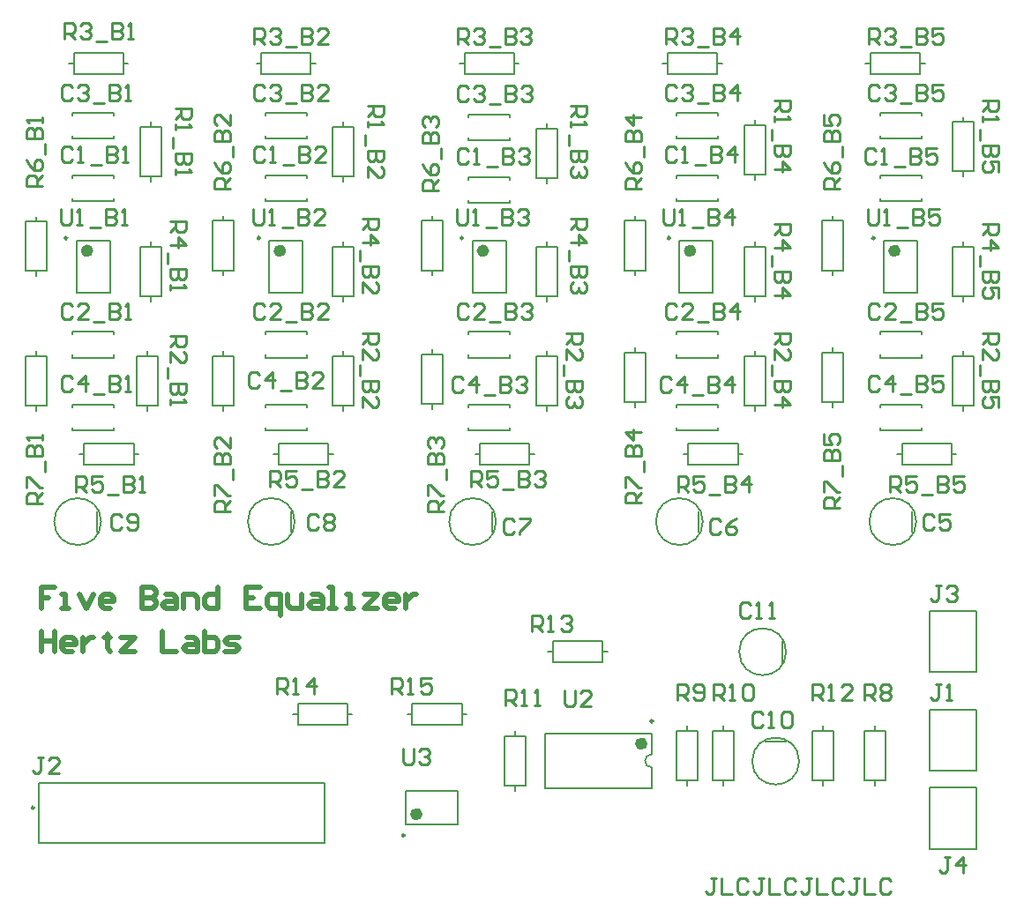
<source format=gbr>
%TF.GenerationSoftware,Altium Limited,Altium Designer,24.10.1 (45)*%
G04 Layer_Color=65535*
%FSLAX45Y45*%
%MOMM*%
%TF.SameCoordinates,D700451D-F6DB-41F8-9F1A-DBDDD93A0A9D*%
%TF.FilePolarity,Positive*%
%TF.FileFunction,Legend,Top*%
%TF.Part,Single*%
G01*
G75*
%TA.AperFunction,NonConductor*%
%ADD24C,0.60000*%
%ADD25C,0.25000*%
%ADD26C,0.20000*%
%ADD27C,0.15000*%
%ADD28C,0.25400*%
%ADD29C,0.50000*%
D24*
X5820000Y9300000D02*
G03*
X5820000Y9300000I-30000J0D01*
G01*
X11140000Y4567500D02*
G03*
X11140000Y4567500I-30000J0D01*
G01*
X9619999Y9300000D02*
G03*
X9619999Y9300000I-30000J0D01*
G01*
X8980000Y3890000D02*
G03*
X8980000Y3890000I-30000J0D01*
G01*
X13570000Y9300000D02*
G03*
X13570000Y9300000I-30000J0D01*
G01*
X11607500D02*
G03*
X11607500Y9300000I-30000J0D01*
G01*
X7670000D02*
G03*
X7670000Y9300000I-30000J0D01*
G01*
D25*
X5600000Y9423000D02*
G03*
X5600000Y9423000I-12500J0D01*
G01*
X5282500Y3952500D02*
G03*
X5282500Y3952500I-12500J0D01*
G01*
X11223500Y4783500D02*
G03*
X11223500Y4783500I-12500J0D01*
G01*
X9399999Y9423000D02*
G03*
X9399999Y9423000I-12500J0D01*
G01*
X8839500Y3687500D02*
G03*
X8839500Y3687500I-12500J0D01*
G01*
X13350000Y9423000D02*
G03*
X13350000Y9423000I-12500J0D01*
G01*
X11387500D02*
G03*
X11387500Y9423000I-12500J0D01*
G01*
X7450000D02*
G03*
X7450000Y9423000I-12500J0D01*
G01*
D26*
X11210000Y4466000D02*
G03*
X11210000Y4339000I0J-63500D01*
G01*
X7812500Y4951500D02*
X8287500D01*
Y4748500D02*
Y4951500D01*
X7812500Y4748500D02*
X8287500D01*
X7812500D02*
Y4951500D01*
X7764000Y4850000D02*
X7812500D01*
X8287500D02*
X8336000D01*
X13312500Y10998500D02*
X13787500D01*
X13312500D02*
Y11201500D01*
X13787500D01*
Y10998500D02*
Y11201500D01*
Y11100000D02*
X13836000D01*
X13264000D02*
X13312500D01*
X11362500Y10998500D02*
X11837500D01*
X11362500D02*
Y11201500D01*
X11837500D01*
Y10998500D02*
Y11201500D01*
Y11100000D02*
X11886000D01*
X11314000D02*
X11362500D01*
X9412500Y10998500D02*
X9887500D01*
X9412500D02*
Y11201500D01*
X9887500D01*
Y10998500D02*
Y11201500D01*
Y11100000D02*
X9936000D01*
X9364000D02*
X9412500D01*
X7462500Y10998500D02*
X7937500D01*
X7462500D02*
Y11201500D01*
X7937500D01*
Y10998500D02*
Y11201500D01*
Y11100000D02*
X7986000D01*
X7414000D02*
X7462500D01*
X5662500Y10998500D02*
X6137500D01*
X5662500D02*
Y11201500D01*
X6137500D01*
Y10998500D02*
Y11201500D01*
Y11100000D02*
X6186000D01*
X5614000D02*
X5662500D01*
X11450000Y7797500D02*
Y7825000D01*
Y7575000D02*
Y7602500D01*
Y7575000D02*
X11850000D01*
Y7797500D02*
Y7825000D01*
Y7575000D02*
Y7602500D01*
X11450000Y7825000D02*
X11850000D01*
X9450000Y7797500D02*
Y7825000D01*
Y7575000D02*
Y7602500D01*
Y7575000D02*
X9850000D01*
Y7797500D02*
Y7825000D01*
Y7575000D02*
Y7602500D01*
X9450000Y7825000D02*
X9850000D01*
X7500000Y7797500D02*
Y7825000D01*
Y7575000D02*
Y7602500D01*
Y7575000D02*
X7900000D01*
Y7797500D02*
Y7825000D01*
Y7575000D02*
Y7602500D01*
X7500000Y7825000D02*
X7900000D01*
X5690000Y8900000D02*
X6010000D01*
X5690000Y9400000D02*
X6010000D01*
Y8900000D02*
Y9400000D01*
X5690000Y8900000D02*
Y9400000D01*
X8070000Y3612500D02*
Y4187500D01*
X5330000D02*
X8070000D01*
X5330000Y3612500D02*
Y4187500D01*
Y3612500D02*
X8070000D01*
X10190000Y4667500D02*
X11210000D01*
X10190000Y4137500D02*
X11210000D01*
Y4466000D02*
Y4667500D01*
Y4137500D02*
Y4339000D01*
X10190000Y4137500D02*
Y4667500D01*
X14325000Y3555000D02*
Y4145000D01*
X13875000D02*
X14325000D01*
X13875000Y3555000D02*
X14325000D01*
X13875000D02*
Y4145000D01*
X13712500Y6600000D02*
Y6800000D01*
X11662500Y6600000D02*
Y6800000D01*
X9678999Y6600000D02*
Y6800000D01*
X7745500Y6600000D02*
Y6800000D01*
X5887500Y6600000D02*
Y6800000D01*
X10737500Y5450000D02*
X10786000D01*
X10214000D02*
X10262500D01*
Y5348500D02*
Y5551500D01*
Y5348500D02*
X10737500D01*
Y5551500D01*
X10262500D02*
X10737500D01*
X9900000Y4114000D02*
Y4162500D01*
Y4637500D02*
Y4686000D01*
X9798500Y4637500D02*
X10001500D01*
X9798500Y4162500D02*
Y4637500D01*
Y4162500D02*
X10001500D01*
Y4637500D01*
X11550000Y4164000D02*
Y4212500D01*
Y4687499D02*
Y4735999D01*
X11448500Y4687499D02*
X11651500D01*
X11448500Y4212500D02*
Y4687499D01*
Y4212500D02*
X11651500D01*
Y4687499D01*
X11900000Y4164000D02*
Y4212500D01*
Y4687499D02*
Y4735999D01*
X11798500Y4687499D02*
X12001500D01*
X11798500Y4212500D02*
Y4687499D01*
Y4212500D02*
X12001500D01*
Y4687499D01*
X14200000Y8287500D02*
Y8336000D01*
Y7764000D02*
Y7812500D01*
X14098500D02*
X14301500D01*
Y8287500D01*
X14098500D02*
X14301500D01*
X14098500Y7812500D02*
Y8287500D01*
X14200000Y8814000D02*
Y8862500D01*
Y9337500D02*
Y9386000D01*
X14098500Y9337500D02*
X14301500D01*
X14098500Y8862500D02*
Y9337500D01*
Y8862500D02*
X14301500D01*
Y9337500D01*
X14200000Y10014000D02*
Y10062500D01*
Y10537500D02*
Y10586000D01*
X14098500Y10537500D02*
X14301500D01*
X14098500Y10062500D02*
Y10537500D01*
Y10062500D02*
X14301500D01*
Y10537500D01*
X13564000Y7350000D02*
X13612500D01*
X14087500D02*
X14136000D01*
X14087500Y7248500D02*
Y7451500D01*
X13612500D02*
X14087500D01*
X13612500Y7248500D02*
Y7451500D01*
Y7248500D02*
X14087500D01*
X12950000Y7797500D02*
Y7846000D01*
Y8321000D02*
Y8369500D01*
X12848500Y8321000D02*
X13051500D01*
X12848500Y7846000D02*
Y8321000D01*
Y7846000D02*
X13051500D01*
Y8321000D01*
X12950000Y9587500D02*
Y9636000D01*
Y9064000D02*
Y9112500D01*
X12848500D02*
X13051500D01*
Y9587500D01*
X12848500D02*
X13051500D01*
X12848500Y9112500D02*
Y9587500D01*
X12200000Y9981000D02*
Y10029500D01*
Y10504500D02*
Y10553000D01*
X12098500Y10504500D02*
X12301500D01*
X12098500Y10029500D02*
Y10504500D01*
Y10029500D02*
X12301500D01*
Y10504500D01*
X12200000Y8287500D02*
Y8336000D01*
Y7764000D02*
Y7812500D01*
X12098500D02*
X12301500D01*
Y8287500D01*
X12098500D02*
X12301500D01*
X12098500Y7812500D02*
Y8287500D01*
X11514000Y7350000D02*
X11562500D01*
X12037500D02*
X12086000D01*
X12037500Y7248500D02*
Y7451500D01*
X11562500D02*
X12037500D01*
X11562500Y7248500D02*
Y7451500D01*
Y7248500D02*
X12037500D01*
X11050000Y7797500D02*
Y7846000D01*
Y8321000D02*
Y8369500D01*
X10948500Y8321000D02*
X11151500D01*
X10948500Y7846000D02*
Y8321000D01*
Y7846000D02*
X11151500D01*
Y8321000D01*
X11050000Y9587500D02*
Y9636000D01*
Y9064000D02*
Y9112500D01*
X10948500D02*
X11151500D01*
Y9587500D01*
X10948500D02*
X11151500D01*
X10948500Y9112500D02*
Y9587500D01*
X10200000Y8287500D02*
Y8336000D01*
Y7764000D02*
Y7812500D01*
X10098500D02*
X10301500D01*
Y8287500D01*
X10098500D02*
X10301500D01*
X10098500Y7812500D02*
Y8287500D01*
X9514000Y7350000D02*
X9562500D01*
X10037500D02*
X10086000D01*
X10037500Y7248500D02*
Y7451500D01*
X9562500D02*
X10037500D01*
X9562500Y7248500D02*
Y7451500D01*
Y7248500D02*
X10037500D01*
X9100000Y7780500D02*
Y7829000D01*
Y8304000D02*
Y8352500D01*
X8998500Y8304000D02*
X9201500D01*
X8998500Y7829000D02*
Y8304000D01*
Y7829000D02*
X9201500D01*
Y8304000D01*
X9100000Y9587500D02*
Y9636000D01*
Y9064000D02*
Y9112500D01*
X8998500D02*
X9201500D01*
Y9587500D01*
X8998500D02*
X9201500D01*
X8998500Y9112500D02*
Y9587500D01*
X10200000Y8814000D02*
Y8862500D01*
Y9337500D02*
Y9386000D01*
X10098500Y9337500D02*
X10301500D01*
X10098500Y8862500D02*
Y9337500D01*
Y8862500D02*
X10301500D01*
Y9337500D01*
X10200000Y9947501D02*
Y9996001D01*
Y10471000D02*
Y10519500D01*
X10098500Y10471000D02*
X10301500D01*
X10098500Y9996001D02*
Y10471000D01*
Y9996001D02*
X10301500D01*
Y10471000D01*
X13800000Y9775000D02*
Y9802500D01*
Y9997500D02*
Y10025000D01*
X13400000D02*
X13800000D01*
X13400000Y9775000D02*
Y9802500D01*
Y9997500D02*
Y10025000D01*
Y9775000D02*
X13800000D01*
X6400000Y9964000D02*
Y10012500D01*
Y10487500D02*
Y10536000D01*
X6298500Y10487500D02*
X6501500D01*
X6298500Y10012500D02*
Y10487500D01*
Y10012500D02*
X6501500D01*
Y10487500D01*
X6050000Y9775000D02*
Y9802500D01*
Y9997500D02*
Y10025000D01*
X5650000D02*
X6050000D01*
X5650000Y9775000D02*
Y9802500D01*
Y9997500D02*
Y10025000D01*
Y9775000D02*
X6050000D01*
X5650000Y10597500D02*
Y10625000D01*
Y10375000D02*
Y10402500D01*
Y10375000D02*
X6050000D01*
Y10597500D02*
Y10625000D01*
Y10375000D02*
Y10402500D01*
X5650000Y10625000D02*
X6050000D01*
X8250000Y9964000D02*
Y10012500D01*
Y10487500D02*
Y10536000D01*
X8148500Y10487500D02*
X8351500D01*
X8148500Y10012500D02*
Y10487500D01*
Y10012500D02*
X8351500D01*
Y10487500D01*
X8250000Y8814000D02*
Y8862500D01*
Y9337500D02*
Y9386000D01*
X8148500Y9337500D02*
X8351500D01*
X8148500Y8862500D02*
Y9337500D01*
Y8862500D02*
X8351500D01*
Y9337500D01*
X7100000Y9587500D02*
Y9636000D01*
Y9064000D02*
Y9112500D01*
X6998500D02*
X7201500D01*
Y9587500D01*
X6998500D02*
X7201500D01*
X6998500Y9112500D02*
Y9587500D01*
X5300000Y9580501D02*
Y9629001D01*
Y9057001D02*
Y9105501D01*
X5198500D02*
X5401500D01*
Y9580501D01*
X5198500D02*
X5401500D01*
X5198500Y9105501D02*
Y9580501D01*
X6400000Y8814000D02*
Y8862500D01*
Y9337500D02*
Y9386000D01*
X6298500Y9337500D02*
X6501500D01*
X6298500Y8862500D02*
Y9337500D01*
Y8862500D02*
X6501500D01*
Y9337500D01*
X5714000Y7350000D02*
X5762500D01*
X6237500D02*
X6286000D01*
X6237500Y7248500D02*
Y7451500D01*
X5762500D02*
X6237500D01*
X5762500Y7248500D02*
Y7451500D01*
Y7248500D02*
X6237500D01*
X7580500Y7350000D02*
X7629000D01*
X8104000D02*
X8152500D01*
X8104000Y7248500D02*
Y7451500D01*
X7629000D02*
X8104000D01*
X7629000Y7248500D02*
Y7451500D01*
Y7248500D02*
X8104000D01*
X8250000Y8287500D02*
Y8336000D01*
Y7764000D02*
Y7812500D01*
X8148500D02*
X8351500D01*
Y8287500D01*
X8148500D02*
X8351500D01*
X8148500Y7812500D02*
Y8287500D01*
X7100000Y7764000D02*
Y7812500D01*
Y8287500D02*
Y8336000D01*
X6998500Y8287500D02*
X7201500D01*
X6998500Y7812500D02*
Y8287500D01*
Y7812500D02*
X7201500D01*
Y8287500D01*
X5300000Y7764000D02*
Y7812500D01*
Y8287500D02*
Y8336000D01*
X5198500Y8287500D02*
X5401500D01*
X5198500Y7812500D02*
Y8287500D01*
Y7812500D02*
X5401500D01*
Y8287500D01*
X6367001D02*
Y8336000D01*
Y7764000D02*
Y7812500D01*
X6265501D02*
X6468501D01*
Y8287500D01*
X6265501D02*
X6468501D01*
X6265501Y7812500D02*
Y8287500D01*
X12200000Y8814000D02*
Y8862500D01*
Y9337500D02*
Y9386000D01*
X12098500Y9337500D02*
X12301500D01*
X12098500Y8862500D02*
Y9337500D01*
Y8862500D02*
X12301500D01*
Y9337500D01*
X9850000Y8275000D02*
Y8302500D01*
Y8497500D02*
Y8525000D01*
X9450000D02*
X9850000D01*
X9450000Y8275000D02*
Y8302500D01*
Y8497500D02*
Y8525000D01*
Y8275000D02*
X9850000D01*
Y9758500D02*
Y9786000D01*
Y9981000D02*
Y10008500D01*
X9450000D02*
X9850000D01*
X9450000Y9758500D02*
Y9786000D01*
Y9981000D02*
Y10008500D01*
Y9758500D02*
X9850000D01*
X9489999Y8900000D02*
X9809999D01*
X9489999Y9400000D02*
X9809999D01*
Y8900000D02*
Y9400000D01*
X9489999Y8900000D02*
Y9400000D01*
X9450000Y10581000D02*
Y10608501D01*
Y10358500D02*
Y10386001D01*
Y10358500D02*
X9850000D01*
Y10581000D02*
Y10608501D01*
Y10358500D02*
Y10386001D01*
X9450000Y10608501D02*
X9850000D01*
X13350000Y4164000D02*
Y4212500D01*
Y4687500D02*
Y4736000D01*
X13248500Y4687500D02*
X13451500D01*
X13248500Y4212500D02*
Y4687500D01*
Y4212500D02*
X13451500D01*
Y4687500D01*
X12300000Y4587500D02*
X12500000D01*
X12850000Y4164000D02*
Y4212500D01*
Y4687499D02*
Y4735999D01*
X12748500Y4687499D02*
X12951500D01*
X12748500Y4212500D02*
Y4687499D01*
Y4212500D02*
X12951500D01*
Y4687499D01*
X12462500Y5350000D02*
Y5550000D01*
X9350000Y3790000D02*
Y4110000D01*
X8850000Y3790000D02*
Y4110000D01*
X9350000D01*
X8850000Y3790000D02*
X9350000D01*
X9387500Y4850000D02*
X9436000D01*
X8864000D02*
X8912500D01*
Y4748500D02*
Y4951500D01*
Y4748500D02*
X9387500D01*
Y4951500D01*
X8912500D02*
X9387500D01*
X14325000Y4305000D02*
Y4895000D01*
X13875000D02*
X14325000D01*
X13875000Y4305000D02*
X14325000D01*
X13875000D02*
Y4895000D01*
X14325000Y5255000D02*
Y5845000D01*
X13875000D02*
X14325000D01*
X13875000Y5255000D02*
X14325000D01*
X13875000D02*
Y5845000D01*
X13439999Y8900000D02*
X13760001D01*
X13439999Y9400000D02*
X13760001D01*
Y8900000D02*
Y9400000D01*
X13439999Y8900000D02*
Y9400000D01*
X11477500Y8900000D02*
X11797500D01*
X11477500Y9400000D02*
X11797500D01*
Y8900000D02*
Y9400000D01*
X11477500Y8900000D02*
Y9400000D01*
X7540000Y8900000D02*
X7860000D01*
X7540000Y9400000D02*
X7860000D01*
Y8900000D02*
Y9400000D01*
X7540000Y8900000D02*
Y9400000D01*
X13400000Y7797500D02*
Y7825000D01*
Y7575000D02*
Y7602500D01*
Y7575000D02*
X13800000D01*
Y7797500D02*
Y7825000D01*
Y7575000D02*
Y7602500D01*
X13400000Y7825000D02*
X13800000D01*
X5650000Y7797500D02*
Y7825000D01*
Y7575000D02*
Y7602500D01*
Y7575000D02*
X6050000D01*
Y7797500D02*
Y7825000D01*
Y7575000D02*
Y7602500D01*
X5650000Y7825000D02*
X6050000D01*
X13400000Y10597500D02*
Y10625000D01*
Y10375000D02*
Y10402500D01*
Y10375000D02*
X13800000D01*
Y10597500D02*
Y10625000D01*
Y10375000D02*
Y10402500D01*
X13400000Y10625000D02*
X13800000D01*
X11450000Y10597500D02*
Y10625000D01*
Y10375000D02*
Y10402500D01*
Y10375000D02*
X11850000D01*
Y10597500D02*
Y10625000D01*
Y10375000D02*
Y10402500D01*
X11450000Y10625000D02*
X11850000D01*
X7500000Y10597500D02*
Y10625000D01*
Y10375000D02*
Y10402500D01*
Y10375000D02*
X7900000D01*
Y10597500D02*
Y10625000D01*
Y10375000D02*
Y10402500D01*
X7500000Y10625000D02*
X7900000D01*
X13800000Y8275000D02*
Y8302500D01*
Y8497500D02*
Y8525000D01*
X13400000D02*
X13800000D01*
X13400000Y8275000D02*
Y8302500D01*
Y8497500D02*
Y8525000D01*
Y8275000D02*
X13800000D01*
X11850000D02*
Y8302500D01*
Y8497500D02*
Y8525000D01*
X11450000D02*
X11850000D01*
X11450000Y8275000D02*
Y8302500D01*
Y8497500D02*
Y8525000D01*
Y8275000D02*
X11850000D01*
X7900000D02*
Y8302500D01*
Y8497500D02*
Y8525000D01*
X7500000D02*
X7900000D01*
X7500000Y8275000D02*
Y8302500D01*
Y8497500D02*
Y8525000D01*
Y8275000D02*
X7900000D01*
X6050000D02*
Y8302500D01*
Y8497500D02*
Y8525000D01*
X5650000D02*
X6050000D01*
X5650000Y8275000D02*
Y8302500D01*
Y8497500D02*
Y8525000D01*
Y8275000D02*
X6050000D01*
X11850000Y9775000D02*
Y9802500D01*
Y9997500D02*
Y10025000D01*
X11450000D02*
X11850000D01*
X11450000Y9775000D02*
Y9802500D01*
Y9997500D02*
Y10025000D01*
Y9775000D02*
X11850000D01*
X7900000Y9775000D02*
Y9802500D01*
Y9997500D02*
Y10025000D01*
X7500000D02*
X7900000D01*
X7500000Y9775000D02*
Y9802500D01*
Y9997500D02*
Y10025000D01*
Y9775000D02*
X7900000D01*
D27*
X13750000Y6700000D02*
G03*
X13750000Y6700000I-225000J0D01*
G01*
X11700000D02*
G03*
X11700000Y6700000I-225000J0D01*
G01*
X9716499D02*
G03*
X9716499Y6700000I-225000J0D01*
G01*
X7783000D02*
G03*
X7783000Y6700000I-225000J0D01*
G01*
X5925000D02*
G03*
X5925000Y6700000I-225000J0D01*
G01*
X12625000Y4400000D02*
G03*
X12625000Y4400000I-225000J0D01*
G01*
X12500000Y5450000D02*
G03*
X12500000Y5450000I-225000J0D01*
G01*
D28*
X11826967Y3277751D02*
X11776183D01*
X11801575D01*
Y3150792D01*
X11776183Y3125400D01*
X11750792D01*
X11725400Y3150792D01*
X11877751Y3277751D02*
Y3125400D01*
X11979318D01*
X12131669Y3252359D02*
X12106277Y3277751D01*
X12055493D01*
X12030101Y3252359D01*
Y3150792D01*
X12055493Y3125400D01*
X12106277D01*
X12131669Y3150792D01*
X12284019Y3277751D02*
X12233236D01*
X12258628D01*
Y3150792D01*
X12233236Y3125400D01*
X12207844D01*
X12182452Y3150792D01*
X12334803Y3277751D02*
Y3125400D01*
X12436370D01*
X12588721Y3252359D02*
X12563329Y3277751D01*
X12512545D01*
X12487154Y3252359D01*
Y3150792D01*
X12512545Y3125400D01*
X12563329D01*
X12588721Y3150792D01*
X12741072Y3277751D02*
X12690288D01*
X12715680D01*
Y3150792D01*
X12690288Y3125400D01*
X12664896D01*
X12639504Y3150792D01*
X12791855Y3277751D02*
Y3125400D01*
X12893422D01*
X13045773Y3252359D02*
X13020381Y3277751D01*
X12969598D01*
X12944206Y3252359D01*
Y3150792D01*
X12969598Y3125400D01*
X13020381D01*
X13045773Y3150792D01*
X13198125Y3277751D02*
X13147340D01*
X13172733D01*
Y3150792D01*
X13147340Y3125400D01*
X13121948D01*
X13096556Y3150792D01*
X13248907Y3277751D02*
Y3125400D01*
X13350475D01*
X13502824Y3252359D02*
X13477432Y3277751D01*
X13426649D01*
X13401257Y3252359D01*
Y3150792D01*
X13426649Y3125400D01*
X13477432D01*
X13502824Y3150792D01*
X7614920Y5046980D02*
Y5199331D01*
X7691095D01*
X7716487Y5173939D01*
Y5123155D01*
X7691095Y5097763D01*
X7614920D01*
X7665703D02*
X7716487Y5046980D01*
X7767271D02*
X7818054D01*
X7792663D01*
Y5199331D01*
X7767271Y5173939D01*
X7970405Y5046980D02*
Y5199331D01*
X7894230Y5123155D01*
X7995797D01*
X13294514Y11286520D02*
Y11438871D01*
X13370689D01*
X13396082Y11413479D01*
Y11362696D01*
X13370689Y11337304D01*
X13294514D01*
X13345297D02*
X13396082Y11286520D01*
X13446866Y11413479D02*
X13472258Y11438871D01*
X13523041D01*
X13548433Y11413479D01*
Y11388088D01*
X13523041Y11362696D01*
X13497649D01*
X13523041D01*
X13548433Y11337304D01*
Y11311912D01*
X13523041Y11286520D01*
X13472258D01*
X13446866Y11311912D01*
X13599216Y11261129D02*
X13700784D01*
X13751567Y11438871D02*
Y11286520D01*
X13827742D01*
X13853134Y11311912D01*
Y11337304D01*
X13827742Y11362696D01*
X13751567D01*
X13827742D01*
X13853134Y11388088D01*
Y11413479D01*
X13827742Y11438871D01*
X13751567D01*
X14005486D02*
X13903918D01*
Y11362696D01*
X13954701Y11388088D01*
X13980093D01*
X14005486Y11362696D01*
Y11311912D01*
X13980093Y11286520D01*
X13929311D01*
X13903918Y11311912D01*
X11344515Y11286520D02*
Y11438871D01*
X11420690D01*
X11446082Y11413479D01*
Y11362696D01*
X11420690Y11337304D01*
X11344515D01*
X11395299D02*
X11446082Y11286520D01*
X11496866Y11413479D02*
X11522258Y11438871D01*
X11573041D01*
X11598433Y11413479D01*
Y11388088D01*
X11573041Y11362696D01*
X11547649D01*
X11573041D01*
X11598433Y11337304D01*
Y11311912D01*
X11573041Y11286520D01*
X11522258D01*
X11496866Y11311912D01*
X11649216Y11261129D02*
X11750784D01*
X11801567Y11438871D02*
Y11286520D01*
X11877743D01*
X11903134Y11311912D01*
Y11337304D01*
X11877743Y11362696D01*
X11801567D01*
X11877743D01*
X11903134Y11388088D01*
Y11413479D01*
X11877743Y11438871D01*
X11801567D01*
X12030093Y11286520D02*
Y11438871D01*
X11953918Y11362696D01*
X12055485D01*
X9344515Y11286520D02*
Y11438871D01*
X9420690D01*
X9446082Y11413479D01*
Y11362696D01*
X9420690Y11337304D01*
X9344515D01*
X9395298D02*
X9446082Y11286520D01*
X9496866Y11413479D02*
X9522258Y11438871D01*
X9573041D01*
X9598433Y11413479D01*
Y11388088D01*
X9573041Y11362696D01*
X9547649D01*
X9573041D01*
X9598433Y11337304D01*
Y11311912D01*
X9573041Y11286520D01*
X9522258D01*
X9496866Y11311912D01*
X9649216Y11261129D02*
X9750784D01*
X9801567Y11438871D02*
Y11286520D01*
X9877742D01*
X9903134Y11311912D01*
Y11337304D01*
X9877742Y11362696D01*
X9801567D01*
X9877742D01*
X9903134Y11388088D01*
Y11413479D01*
X9877742Y11438871D01*
X9801567D01*
X9953918Y11413479D02*
X9979310Y11438871D01*
X10030093D01*
X10055485Y11413479D01*
Y11388088D01*
X10030093Y11362696D01*
X10004701D01*
X10030093D01*
X10055485Y11337304D01*
Y11311912D01*
X10030093Y11286520D01*
X9979310D01*
X9953918Y11311912D01*
X7394515Y11286520D02*
Y11438871D01*
X7470690D01*
X7496082Y11413479D01*
Y11362696D01*
X7470690Y11337304D01*
X7394515D01*
X7445299D02*
X7496082Y11286520D01*
X7546866Y11413479D02*
X7572258Y11438871D01*
X7623041D01*
X7648433Y11413479D01*
Y11388088D01*
X7623041Y11362696D01*
X7597649D01*
X7623041D01*
X7648433Y11337304D01*
Y11311912D01*
X7623041Y11286520D01*
X7572258D01*
X7546866Y11311912D01*
X7699217Y11261129D02*
X7800784D01*
X7851567Y11438871D02*
Y11286520D01*
X7927743D01*
X7953134Y11311912D01*
Y11337304D01*
X7927743Y11362696D01*
X7851567D01*
X7927743D01*
X7953134Y11388088D01*
Y11413479D01*
X7927743Y11438871D01*
X7851567D01*
X8105485Y11286520D02*
X8003918D01*
X8105485Y11388088D01*
Y11413479D01*
X8080093Y11438871D01*
X8029310D01*
X8003918Y11413479D01*
X5569907Y11336521D02*
Y11488871D01*
X5646082D01*
X5671474Y11463479D01*
Y11412696D01*
X5646082Y11387304D01*
X5569907D01*
X5620690D02*
X5671474Y11336521D01*
X5722258Y11463479D02*
X5747649Y11488871D01*
X5798433D01*
X5823825Y11463479D01*
Y11438088D01*
X5798433Y11412696D01*
X5773041D01*
X5798433D01*
X5823825Y11387304D01*
Y11361913D01*
X5798433Y11336521D01*
X5747649D01*
X5722258Y11361913D01*
X5874608Y11311129D02*
X5976175D01*
X6026959Y11488871D02*
Y11336521D01*
X6103134D01*
X6128526Y11361913D01*
Y11387304D01*
X6103134Y11412696D01*
X6026959D01*
X6103134D01*
X6128526Y11438088D01*
Y11463479D01*
X6103134Y11488871D01*
X6026959D01*
X6179310Y11336521D02*
X6230093D01*
X6204702D01*
Y11488871D01*
X6179310Y11463479D01*
X5372067Y4434791D02*
X5321283D01*
X5346675D01*
Y4307832D01*
X5321283Y4282440D01*
X5295892D01*
X5270500Y4307832D01*
X5524418Y4282440D02*
X5422851D01*
X5524418Y4384007D01*
Y4409399D01*
X5499026Y4434791D01*
X5448243D01*
X5422851Y4409399D01*
X8826500Y4516071D02*
Y4389112D01*
X8851892Y4363720D01*
X8902675D01*
X8928067Y4389112D01*
Y4516071D01*
X8978851Y4490679D02*
X9004243Y4516071D01*
X9055026D01*
X9080418Y4490679D01*
Y4465287D01*
X9055026Y4439895D01*
X9029634D01*
X9055026D01*
X9080418Y4414503D01*
Y4389112D01*
X9055026Y4363720D01*
X9004243D01*
X8978851Y4389112D01*
X10373041Y5076175D02*
Y4949216D01*
X10398433Y4923825D01*
X10449217D01*
X10474608Y4949216D01*
Y5076175D01*
X10626959Y4923825D02*
X10525392D01*
X10626959Y5025392D01*
Y5050783D01*
X10601567Y5076175D01*
X10550784D01*
X10525392Y5050783D01*
X13288060Y9701951D02*
Y9574992D01*
X13313452Y9549600D01*
X13364235D01*
X13389627Y9574992D01*
Y9701951D01*
X13440411Y9549600D02*
X13491194D01*
X13465804D01*
Y9701951D01*
X13440411Y9676559D01*
X13567371Y9524208D02*
X13668938D01*
X13719720Y9701951D02*
Y9549600D01*
X13795895D01*
X13821288Y9574992D01*
Y9600384D01*
X13795895Y9625776D01*
X13719720D01*
X13795895D01*
X13821288Y9651167D01*
Y9676559D01*
X13795895Y9701951D01*
X13719720D01*
X13973637D02*
X13872070D01*
Y9625776D01*
X13922855Y9651167D01*
X13948245D01*
X13973637Y9625776D01*
Y9574992D01*
X13948245Y9549600D01*
X13897462D01*
X13872070Y9574992D01*
X11324640Y9701951D02*
Y9574992D01*
X11350032Y9549600D01*
X11400815D01*
X11426207Y9574992D01*
Y9701951D01*
X11476991Y9549600D02*
X11527774D01*
X11502383D01*
Y9701951D01*
X11476991Y9676559D01*
X11603950Y9524208D02*
X11705517D01*
X11756300Y9701951D02*
Y9549600D01*
X11832476D01*
X11857868Y9574992D01*
Y9600384D01*
X11832476Y9625776D01*
X11756300D01*
X11832476D01*
X11857868Y9651167D01*
Y9676559D01*
X11832476Y9701951D01*
X11756300D01*
X11984826Y9549600D02*
Y9701951D01*
X11908651Y9625776D01*
X12010218D01*
X9338360Y9701951D02*
Y9574992D01*
X9363752Y9549600D01*
X9414535D01*
X9439927Y9574992D01*
Y9701951D01*
X9490711Y9549600D02*
X9541494D01*
X9516103D01*
Y9701951D01*
X9490711Y9676559D01*
X9617670Y9524208D02*
X9719237D01*
X9770020Y9701951D02*
Y9549600D01*
X9846196D01*
X9871588Y9574992D01*
Y9600384D01*
X9846196Y9625776D01*
X9770020D01*
X9846196D01*
X9871588Y9651167D01*
Y9676559D01*
X9846196Y9701951D01*
X9770020D01*
X9922371Y9676559D02*
X9947763Y9701951D01*
X9998546D01*
X10023938Y9676559D01*
Y9651167D01*
X9998546Y9625776D01*
X9973155D01*
X9998546D01*
X10023938Y9600384D01*
Y9574992D01*
X9998546Y9549600D01*
X9947763D01*
X9922371Y9574992D01*
X7387640Y9701951D02*
Y9574992D01*
X7413032Y9549600D01*
X7463815D01*
X7489207Y9574992D01*
Y9701951D01*
X7539991Y9549600D02*
X7590774D01*
X7565383D01*
Y9701951D01*
X7539991Y9676559D01*
X7666950Y9524208D02*
X7768517D01*
X7819300Y9701951D02*
Y9549600D01*
X7895476D01*
X7920868Y9574992D01*
Y9600384D01*
X7895476Y9625776D01*
X7819300D01*
X7895476D01*
X7920868Y9651167D01*
Y9676559D01*
X7895476Y9701951D01*
X7819300D01*
X8073218Y9549600D02*
X7971651D01*
X8073218Y9651167D01*
Y9676559D01*
X8047826Y9701951D01*
X7997043D01*
X7971651Y9676559D01*
X5537200Y9702751D02*
Y9575792D01*
X5562592Y9550400D01*
X5613375D01*
X5638767Y9575792D01*
Y9702751D01*
X5689551Y9550400D02*
X5740334D01*
X5714943D01*
Y9702751D01*
X5689551Y9677359D01*
X5816510Y9525008D02*
X5918077D01*
X5968860Y9702751D02*
Y9550400D01*
X6045036D01*
X6070428Y9575792D01*
Y9601183D01*
X6045036Y9626575D01*
X5968860D01*
X6045036D01*
X6070428Y9651967D01*
Y9677359D01*
X6045036Y9702751D01*
X5968860D01*
X6121211Y9550400D02*
X6171995D01*
X6146603D01*
Y9702751D01*
X6121211Y9677359D01*
X8714740Y5046980D02*
Y5199331D01*
X8790915D01*
X8816307Y5173939D01*
Y5123155D01*
X8790915Y5097763D01*
X8714740D01*
X8765523D02*
X8816307Y5046980D01*
X8867091D02*
X8917874D01*
X8892483D01*
Y5199331D01*
X8867091Y5173939D01*
X9095617Y5199331D02*
X8994050D01*
Y5123155D01*
X9044833Y5148547D01*
X9070225D01*
X9095617Y5123155D01*
Y5072372D01*
X9070225Y5046980D01*
X9019441D01*
X8994050Y5072372D01*
X10063480Y5648960D02*
Y5801311D01*
X10139655D01*
X10165047Y5775919D01*
Y5725135D01*
X10139655Y5699743D01*
X10063480D01*
X10114263D02*
X10165047Y5648960D01*
X10215831D02*
X10266614D01*
X10241223D01*
Y5801311D01*
X10215831Y5775919D01*
X10342790D02*
X10368181Y5801311D01*
X10418965D01*
X10444357Y5775919D01*
Y5750527D01*
X10418965Y5725135D01*
X10393573D01*
X10418965D01*
X10444357Y5699743D01*
Y5674352D01*
X10418965Y5648960D01*
X10368181D01*
X10342790Y5674352D01*
X12753340Y4986020D02*
Y5138371D01*
X12829515D01*
X12854907Y5112979D01*
Y5062195D01*
X12829515Y5036803D01*
X12753340D01*
X12804123D02*
X12854907Y4986020D01*
X12905692D02*
X12956474D01*
X12931084D01*
Y5138371D01*
X12905692Y5112979D01*
X13134216Y4986020D02*
X13032651D01*
X13134216Y5087587D01*
Y5112979D01*
X13108826Y5138371D01*
X13058041D01*
X13032651Y5112979D01*
X9804400Y4937760D02*
Y5090111D01*
X9880575D01*
X9905967Y5064719D01*
Y5013935D01*
X9880575Y4988543D01*
X9804400D01*
X9855183D02*
X9905967Y4937760D01*
X9956751D02*
X10007534D01*
X9982143D01*
Y5090111D01*
X9956751Y5064719D01*
X10083710Y4937760D02*
X10134493D01*
X10109101D01*
Y5090111D01*
X10083710Y5064719D01*
X11803380Y4986020D02*
Y5138371D01*
X11879555D01*
X11904947Y5112979D01*
Y5062195D01*
X11879555Y5036803D01*
X11803380D01*
X11854163D02*
X11904947Y4986020D01*
X11955731D02*
X12006514D01*
X11981123D01*
Y5138371D01*
X11955731Y5112979D01*
X12082690D02*
X12108081Y5138371D01*
X12158865D01*
X12184257Y5112979D01*
Y5011412D01*
X12158865Y4986020D01*
X12108081D01*
X12082690Y5011412D01*
Y5112979D01*
X11452860Y4986020D02*
Y5138371D01*
X11529035D01*
X11554427Y5112979D01*
Y5062195D01*
X11529035Y5036803D01*
X11452860D01*
X11503643D02*
X11554427Y4986020D01*
X11605211Y5011412D02*
X11630603Y4986020D01*
X11681386D01*
X11706778Y5011412D01*
Y5112979D01*
X11681386Y5138371D01*
X11630603D01*
X11605211Y5112979D01*
Y5087587D01*
X11630603Y5062195D01*
X11706778D01*
X13253720Y4986020D02*
Y5138371D01*
X13329895D01*
X13355287Y5112979D01*
Y5062195D01*
X13329895Y5036803D01*
X13253720D01*
X13304503D02*
X13355287Y4986020D01*
X13406071Y5112979D02*
X13431464Y5138371D01*
X13482246D01*
X13507639Y5112979D01*
Y5087587D01*
X13482246Y5062195D01*
X13507639Y5036803D01*
Y5011412D01*
X13482246Y4986020D01*
X13431464D01*
X13406071Y5011412D01*
Y5036803D01*
X13431464Y5062195D01*
X13406071Y5087587D01*
Y5112979D01*
X13431464Y5062195D02*
X13482246D01*
X13013480Y6828015D02*
X12861130D01*
Y6904191D01*
X12886520Y6929583D01*
X12937305D01*
X12962695Y6904191D01*
Y6828015D01*
Y6878799D02*
X13013480Y6929583D01*
X12861130Y6980366D02*
Y7081933D01*
X12886520D01*
X12988087Y6980366D01*
X13013480D01*
X13038870Y7132717D02*
Y7234284D01*
X12861130Y7285067D02*
X13013480D01*
Y7361243D01*
X12988087Y7386635D01*
X12962695D01*
X12937305Y7361243D01*
Y7285067D01*
Y7361243D01*
X12911913Y7386635D01*
X12886520D01*
X12861130Y7361243D01*
Y7285067D01*
Y7538985D02*
Y7437418D01*
X12937305D01*
X12911913Y7488202D01*
Y7513594D01*
X12937305Y7538985D01*
X12988087D01*
X13013480Y7513594D01*
Y7462810D01*
X12988087Y7437418D01*
X11113479Y6878015D02*
X10961129D01*
Y6954190D01*
X10986521Y6979582D01*
X11037304D01*
X11062696Y6954190D01*
Y6878015D01*
Y6928798D02*
X11113479Y6979582D01*
X10961129Y7030366D02*
Y7131933D01*
X10986521D01*
X11088088Y7030366D01*
X11113479D01*
X11138871Y7182716D02*
Y7284284D01*
X10961129Y7335067D02*
X11113479D01*
Y7411242D01*
X11088088Y7436634D01*
X11062696D01*
X11037304Y7411242D01*
Y7335067D01*
Y7411242D01*
X11011912Y7436634D01*
X10986521D01*
X10961129Y7411242D01*
Y7335067D01*
X11113479Y7563593D02*
X10961129D01*
X11037304Y7487418D01*
Y7588985D01*
X9213479Y6794515D02*
X9061129D01*
Y6870691D01*
X9086521Y6896082D01*
X9137304D01*
X9162696Y6870691D01*
Y6794515D01*
Y6845299D02*
X9213479Y6896082D01*
X9061129Y6946866D02*
Y7048433D01*
X9086521D01*
X9188088Y6946866D01*
X9213479D01*
X9238871Y7099217D02*
Y7200784D01*
X9061129Y7251567D02*
X9213479D01*
Y7327743D01*
X9188088Y7353135D01*
X9162696D01*
X9137304Y7327743D01*
Y7251567D01*
Y7327743D01*
X9111912Y7353135D01*
X9086521D01*
X9061129Y7327743D01*
Y7251567D01*
X9086521Y7403918D02*
X9061129Y7429310D01*
Y7480093D01*
X9086521Y7505485D01*
X9111912D01*
X9137304Y7480093D01*
Y7454702D01*
Y7480093D01*
X9162696Y7505485D01*
X9188088D01*
X9213479Y7480093D01*
Y7429310D01*
X9188088Y7403918D01*
X7163479Y6794515D02*
X7011128D01*
Y6870690D01*
X7036520Y6896082D01*
X7087304D01*
X7112696Y6870690D01*
Y6794515D01*
Y6845298D02*
X7163479Y6896082D01*
X7011128Y6946866D02*
Y7048433D01*
X7036520D01*
X7138087Y6946866D01*
X7163479D01*
X7188871Y7099216D02*
Y7200784D01*
X7011128Y7251567D02*
X7163479D01*
Y7327743D01*
X7138087Y7353134D01*
X7112696D01*
X7087304Y7327743D01*
Y7251567D01*
Y7327743D01*
X7061912Y7353134D01*
X7036520D01*
X7011128Y7327743D01*
Y7251567D01*
X7163479Y7505485D02*
Y7403918D01*
X7061912Y7505485D01*
X7036520D01*
X7011128Y7480093D01*
Y7429310D01*
X7036520Y7403918D01*
X5363479Y6869907D02*
X5211129D01*
Y6946082D01*
X5236521Y6971474D01*
X5287304D01*
X5312696Y6946082D01*
Y6869907D01*
Y6920691D02*
X5363479Y6971474D01*
X5211129Y7022258D02*
Y7123825D01*
X5236521D01*
X5338088Y7022258D01*
X5363479D01*
X5388871Y7174608D02*
Y7276176D01*
X5211129Y7326959D02*
X5363479D01*
Y7403135D01*
X5338088Y7428526D01*
X5312696D01*
X5287304Y7403135D01*
Y7326959D01*
Y7403135D01*
X5261912Y7428526D01*
X5236521D01*
X5211129Y7403135D01*
Y7326959D01*
X5363479Y7479310D02*
Y7530093D01*
Y7504702D01*
X5211129D01*
X5236521Y7479310D01*
X13013480Y9894515D02*
X12861128D01*
Y9970690D01*
X12886520Y9996082D01*
X12937305D01*
X12962695Y9970690D01*
Y9894515D01*
Y9945298D02*
X13013480Y9996082D01*
X12861128Y10148433D02*
X12886520Y10097649D01*
X12937305Y10046866D01*
X12988087D01*
X13013480Y10072257D01*
Y10123041D01*
X12988087Y10148433D01*
X12962695D01*
X12937305Y10123041D01*
Y10046866D01*
X13038870Y10199216D02*
Y10300784D01*
X12861128Y10351567D02*
X13013480D01*
Y10427742D01*
X12988087Y10453134D01*
X12962695D01*
X12937305Y10427742D01*
Y10351567D01*
Y10427742D01*
X12911913Y10453134D01*
X12886520D01*
X12861128Y10427742D01*
Y10351567D01*
Y10605485D02*
Y10503918D01*
X12937305D01*
X12911913Y10554701D01*
Y10580093D01*
X12937305Y10605485D01*
X12988087D01*
X13013480Y10580093D01*
Y10529310D01*
X12988087Y10503918D01*
X11113479Y9894515D02*
X10961129D01*
Y9970690D01*
X10986521Y9996082D01*
X11037304D01*
X11062696Y9970690D01*
Y9894515D01*
Y9945299D02*
X11113479Y9996082D01*
X10961129Y10148433D02*
X10986521Y10097649D01*
X11037304Y10046866D01*
X11088088D01*
X11113479Y10072258D01*
Y10123041D01*
X11088088Y10148433D01*
X11062696D01*
X11037304Y10123041D01*
Y10046866D01*
X11138871Y10199217D02*
Y10300784D01*
X10961129Y10351567D02*
X11113479D01*
Y10427743D01*
X11088088Y10453135D01*
X11062696D01*
X11037304Y10427743D01*
Y10351567D01*
Y10427743D01*
X11011912Y10453135D01*
X10986521D01*
X10961129Y10427743D01*
Y10351567D01*
X11113479Y10580093D02*
X10961129D01*
X11037304Y10503918D01*
Y10605485D01*
X9163480Y9878015D02*
X9011129D01*
Y9954191D01*
X9036521Y9979583D01*
X9087304D01*
X9112696Y9954191D01*
Y9878015D01*
Y9928799D02*
X9163480Y9979583D01*
X9011129Y10131933D02*
X9036521Y10081150D01*
X9087304Y10030366D01*
X9138088D01*
X9163480Y10055758D01*
Y10106541D01*
X9138088Y10131933D01*
X9112696D01*
X9087304Y10106541D01*
Y10030366D01*
X9188872Y10182717D02*
Y10284284D01*
X9011129Y10335067D02*
X9163480D01*
Y10411243D01*
X9138088Y10436635D01*
X9112696D01*
X9087304Y10411243D01*
Y10335067D01*
Y10411243D01*
X9061913Y10436635D01*
X9036521D01*
X9011129Y10411243D01*
Y10335067D01*
X9036521Y10487418D02*
X9011129Y10512810D01*
Y10563594D01*
X9036521Y10588985D01*
X9061913D01*
X9087304Y10563594D01*
Y10538202D01*
Y10563594D01*
X9112696Y10588985D01*
X9138088D01*
X9163480Y10563594D01*
Y10512810D01*
X9138088Y10487418D01*
X7163479Y9894515D02*
X7011128D01*
Y9970690D01*
X7036520Y9996082D01*
X7087304D01*
X7112696Y9970690D01*
Y9894515D01*
Y9945298D02*
X7163479Y9996082D01*
X7011128Y10148433D02*
X7036520Y10097649D01*
X7087304Y10046866D01*
X7138087D01*
X7163479Y10072257D01*
Y10123041D01*
X7138087Y10148433D01*
X7112696D01*
X7087304Y10123041D01*
Y10046866D01*
X7188871Y10199216D02*
Y10300784D01*
X7011128Y10351567D02*
X7163479D01*
Y10427742D01*
X7138087Y10453134D01*
X7112696D01*
X7087304Y10427742D01*
Y10351567D01*
Y10427742D01*
X7061912Y10453134D01*
X7036520D01*
X7011128Y10427742D01*
Y10351567D01*
X7163479Y10605485D02*
Y10503918D01*
X7061912Y10605485D01*
X7036520D01*
X7011128Y10580093D01*
Y10529310D01*
X7036520Y10503918D01*
X5363479Y9919907D02*
X5211129D01*
Y9996082D01*
X5236521Y10021474D01*
X5287304D01*
X5312696Y9996082D01*
Y9919907D01*
Y9970690D02*
X5363479Y10021474D01*
X5211129Y10173825D02*
X5236521Y10123041D01*
X5287304Y10072258D01*
X5338088D01*
X5363479Y10097650D01*
Y10148433D01*
X5338088Y10173825D01*
X5312696D01*
X5287304Y10148433D01*
Y10072258D01*
X5388871Y10224608D02*
Y10326176D01*
X5211129Y10376959D02*
X5363479D01*
Y10453135D01*
X5338088Y10478526D01*
X5312696D01*
X5287304Y10453135D01*
Y10376959D01*
Y10453135D01*
X5261912Y10478526D01*
X5236521D01*
X5211129Y10453135D01*
Y10376959D01*
X5363479Y10529310D02*
Y10580093D01*
Y10554702D01*
X5211129D01*
X5236521Y10529310D01*
X13494514Y6986520D02*
Y7138871D01*
X13570689D01*
X13596082Y7113479D01*
Y7062696D01*
X13570689Y7037304D01*
X13494514D01*
X13545299D02*
X13596082Y6986520D01*
X13748433Y7138871D02*
X13646866D01*
Y7062696D01*
X13697649Y7088088D01*
X13723041D01*
X13748433Y7062696D01*
Y7011912D01*
X13723041Y6986520D01*
X13672258D01*
X13646866Y7011912D01*
X13799216Y6961129D02*
X13900784D01*
X13951567Y7138871D02*
Y6986520D01*
X14027744D01*
X14053134Y7011912D01*
Y7037304D01*
X14027744Y7062696D01*
X13951567D01*
X14027744D01*
X14053134Y7088088D01*
Y7113479D01*
X14027744Y7138871D01*
X13951567D01*
X14205486D02*
X14103918D01*
Y7062696D01*
X14154701Y7088088D01*
X14180093D01*
X14205486Y7062696D01*
Y7011912D01*
X14180093Y6986520D01*
X14129311D01*
X14103918Y7011912D01*
X11461015Y6986520D02*
Y7138871D01*
X11537191D01*
X11562582Y7113479D01*
Y7062696D01*
X11537191Y7037304D01*
X11461015D01*
X11511799D02*
X11562582Y6986520D01*
X11714933Y7138871D02*
X11613366D01*
Y7062696D01*
X11664149Y7088088D01*
X11689541D01*
X11714933Y7062696D01*
Y7011912D01*
X11689541Y6986520D01*
X11638758D01*
X11613366Y7011912D01*
X11765717Y6961129D02*
X11867284D01*
X11918067Y7138871D02*
Y6986520D01*
X11994243D01*
X12019635Y7011912D01*
Y7037304D01*
X11994243Y7062696D01*
X11918067D01*
X11994243D01*
X12019635Y7088088D01*
Y7113479D01*
X11994243Y7138871D01*
X11918067D01*
X12146593Y6986520D02*
Y7138871D01*
X12070418Y7062696D01*
X12171985D01*
X9478015Y7036521D02*
Y7188871D01*
X9554191D01*
X9579583Y7163479D01*
Y7112696D01*
X9554191Y7087304D01*
X9478015D01*
X9528799D02*
X9579583Y7036521D01*
X9731933Y7188871D02*
X9630366D01*
Y7112696D01*
X9681150Y7138088D01*
X9706541D01*
X9731933Y7112696D01*
Y7061912D01*
X9706541Y7036521D01*
X9655758D01*
X9630366Y7061912D01*
X9782717Y7011129D02*
X9884284D01*
X9935068Y7188871D02*
Y7036521D01*
X10011243D01*
X10036635Y7061912D01*
Y7087304D01*
X10011243Y7112696D01*
X9935068D01*
X10011243D01*
X10036635Y7138088D01*
Y7163479D01*
X10011243Y7188871D01*
X9935068D01*
X10087418Y7163479D02*
X10112810Y7188871D01*
X10163594D01*
X10188985Y7163479D01*
Y7138088D01*
X10163594Y7112696D01*
X10138202D01*
X10163594D01*
X10188985Y7087304D01*
Y7061912D01*
X10163594Y7036521D01*
X10112810D01*
X10087418Y7061912D01*
X7544515Y7036521D02*
Y7188871D01*
X7620690D01*
X7646082Y7163479D01*
Y7112696D01*
X7620690Y7087304D01*
X7544515D01*
X7595298D02*
X7646082Y7036521D01*
X7798432Y7188871D02*
X7696865D01*
Y7112696D01*
X7747649Y7138088D01*
X7773041D01*
X7798432Y7112696D01*
Y7061912D01*
X7773041Y7036521D01*
X7722257D01*
X7696865Y7061912D01*
X7849216Y7011129D02*
X7950783D01*
X8001567Y7188871D02*
Y7036521D01*
X8077742D01*
X8103134Y7061912D01*
Y7087304D01*
X8077742Y7112696D01*
X8001567D01*
X8077742D01*
X8103134Y7138088D01*
Y7163479D01*
X8077742Y7188871D01*
X8001567D01*
X8255485Y7036521D02*
X8153917D01*
X8255485Y7138088D01*
Y7163479D01*
X8230093Y7188871D01*
X8179309D01*
X8153917Y7163479D01*
X5686407Y6986520D02*
Y7138871D01*
X5762582D01*
X5787974Y7113479D01*
Y7062696D01*
X5762582Y7037304D01*
X5686407D01*
X5737190D02*
X5787974Y6986520D01*
X5940325Y7138871D02*
X5838757D01*
Y7062696D01*
X5889541Y7088088D01*
X5914933D01*
X5940325Y7062696D01*
Y7011912D01*
X5914933Y6986520D01*
X5864149D01*
X5838757Y7011912D01*
X5991108Y6961129D02*
X6092675D01*
X6143459Y7138871D02*
Y6986520D01*
X6219634D01*
X6245026Y7011912D01*
Y7037304D01*
X6219634Y7062696D01*
X6143459D01*
X6219634D01*
X6245026Y7088088D01*
Y7113479D01*
X6219634Y7138871D01*
X6143459D01*
X6295810Y6986520D02*
X6346593D01*
X6321201D01*
Y7138871D01*
X6295810Y7113479D01*
X14386520Y9555485D02*
X14538872D01*
Y9479309D01*
X14513480Y9453917D01*
X14462695D01*
X14437305Y9479309D01*
Y9555485D01*
Y9504701D02*
X14386520Y9453917D01*
Y9326958D02*
X14538872D01*
X14462695Y9403134D01*
Y9301567D01*
X14361130Y9250783D02*
Y9149216D01*
X14538872Y9098432D02*
X14386520D01*
Y9022257D01*
X14411913Y8996865D01*
X14437305D01*
X14462695Y9022257D01*
Y9098432D01*
Y9022257D01*
X14488087Y8996865D01*
X14513480D01*
X14538872Y9022257D01*
Y9098432D01*
Y8844514D02*
Y8946082D01*
X14462695D01*
X14488087Y8895298D01*
Y8869906D01*
X14462695Y8844514D01*
X14411913D01*
X14386520Y8869906D01*
Y8920690D01*
X14411913Y8946082D01*
X12386521Y9555485D02*
X12538871D01*
Y9479310D01*
X12513479Y9453918D01*
X12462696D01*
X12437304Y9479310D01*
Y9555485D01*
Y9504702D02*
X12386521Y9453918D01*
Y9326959D02*
X12538871D01*
X12462696Y9403134D01*
Y9301567D01*
X12361129Y9250784D02*
Y9149216D01*
X12538871Y9098433D02*
X12386521D01*
Y9022258D01*
X12411912Y8996866D01*
X12437304D01*
X12462696Y9022258D01*
Y9098433D01*
Y9022258D01*
X12488088Y8996866D01*
X12513479D01*
X12538871Y9022258D01*
Y9098433D01*
X12386521Y8869907D02*
X12538871D01*
X12462696Y8946082D01*
Y8844515D01*
X10436521Y9605485D02*
X10588872D01*
Y9529309D01*
X10563480Y9503917D01*
X10512696D01*
X10487304Y9529309D01*
Y9605485D01*
Y9554701D02*
X10436521Y9503917D01*
Y9376959D02*
X10588872D01*
X10512696Y9453134D01*
Y9351567D01*
X10411129Y9300783D02*
Y9199216D01*
X10588872Y9148433D02*
X10436521D01*
Y9072257D01*
X10461913Y9046865D01*
X10487304D01*
X10512696Y9072257D01*
Y9148433D01*
Y9072257D01*
X10538088Y9046865D01*
X10563480D01*
X10588872Y9072257D01*
Y9148433D01*
X10563480Y8996082D02*
X10588872Y8970690D01*
Y8919906D01*
X10563480Y8894515D01*
X10538088D01*
X10512696Y8919906D01*
Y8945298D01*
Y8919906D01*
X10487304Y8894515D01*
X10461913D01*
X10436521Y8919906D01*
Y8970690D01*
X10461913Y8996082D01*
X8436521Y9605485D02*
X8588872D01*
Y9529309D01*
X8563480Y9503917D01*
X8512696D01*
X8487304Y9529309D01*
Y9605485D01*
Y9554701D02*
X8436521Y9503917D01*
Y9376959D02*
X8588872D01*
X8512696Y9453134D01*
Y9351567D01*
X8411129Y9300783D02*
Y9199216D01*
X8588872Y9148433D02*
X8436521D01*
Y9072257D01*
X8461913Y9046865D01*
X8487304D01*
X8512696Y9072257D01*
Y9148433D01*
Y9072257D01*
X8538088Y9046865D01*
X8563480D01*
X8588872Y9072257D01*
Y9148433D01*
X8436521Y8894515D02*
Y8996082D01*
X8538088Y8894515D01*
X8563480D01*
X8588872Y8919906D01*
Y8970690D01*
X8563480Y8996082D01*
X6586521Y9580093D02*
X6738871D01*
Y9503917D01*
X6713480Y9478526D01*
X6662696D01*
X6637304Y9503917D01*
Y9580093D01*
Y9529309D02*
X6586521Y9478526D01*
Y9351567D02*
X6738871D01*
X6662696Y9427742D01*
Y9326175D01*
X6561129Y9275391D02*
Y9173824D01*
X6738871Y9123041D02*
X6586521D01*
Y9046865D01*
X6611913Y9021473D01*
X6637304D01*
X6662696Y9046865D01*
Y9123041D01*
Y9046865D01*
X6688088Y9021473D01*
X6713480D01*
X6738871Y9046865D01*
Y9123041D01*
X6586521Y8970690D02*
Y8919906D01*
Y8945298D01*
X6738871D01*
X6713480Y8970690D01*
X14386520Y8505485D02*
X14538870D01*
Y8429310D01*
X14513480Y8403918D01*
X14462695D01*
X14437305Y8429310D01*
Y8505485D01*
Y8454701D02*
X14386520Y8403918D01*
Y8251567D02*
Y8353134D01*
X14488087Y8251567D01*
X14513480D01*
X14538870Y8276959D01*
Y8327742D01*
X14513480Y8353134D01*
X14361130Y8200783D02*
Y8099216D01*
X14538870Y8048433D02*
X14386520D01*
Y7972257D01*
X14411913Y7946865D01*
X14437305D01*
X14462695Y7972257D01*
Y8048433D01*
Y7972257D01*
X14488087Y7946865D01*
X14513480D01*
X14538870Y7972257D01*
Y8048433D01*
Y7794515D02*
Y7896082D01*
X14462695D01*
X14488087Y7845299D01*
Y7819907D01*
X14462695Y7794515D01*
X14411913D01*
X14386520Y7819907D01*
Y7870690D01*
X14411913Y7896082D01*
X12386521Y8505485D02*
X12538871D01*
Y8429310D01*
X12513479Y8403918D01*
X12462696D01*
X12437304Y8429310D01*
Y8505485D01*
Y8454702D02*
X12386521Y8403918D01*
Y8251567D02*
Y8353134D01*
X12488088Y8251567D01*
X12513479D01*
X12538871Y8276959D01*
Y8327743D01*
X12513479Y8353134D01*
X12361129Y8200784D02*
Y8099216D01*
X12538871Y8048433D02*
X12386521D01*
Y7972258D01*
X12411912Y7946866D01*
X12437304D01*
X12462696Y7972258D01*
Y8048433D01*
Y7972258D01*
X12488088Y7946866D01*
X12513479D01*
X12538871Y7972258D01*
Y8048433D01*
X12386521Y7819907D02*
X12538871D01*
X12462696Y7896082D01*
Y7794515D01*
X10386521Y8505485D02*
X10538871D01*
Y8429310D01*
X10513479Y8403918D01*
X10462696D01*
X10437304Y8429310D01*
Y8505485D01*
Y8454702D02*
X10386521Y8403918D01*
Y8251567D02*
Y8353134D01*
X10488088Y8251567D01*
X10513479D01*
X10538871Y8276959D01*
Y8327743D01*
X10513479Y8353134D01*
X10361129Y8200784D02*
Y8099216D01*
X10538871Y8048433D02*
X10386521D01*
Y7972258D01*
X10411912Y7946866D01*
X10437304D01*
X10462696Y7972258D01*
Y8048433D01*
Y7972258D01*
X10488088Y7946866D01*
X10513479D01*
X10538871Y7972258D01*
Y8048433D01*
X10513479Y7896082D02*
X10538871Y7870690D01*
Y7819907D01*
X10513479Y7794515D01*
X10488088D01*
X10462696Y7819907D01*
Y7845299D01*
Y7819907D01*
X10437304Y7794515D01*
X10411912D01*
X10386521Y7819907D01*
Y7870690D01*
X10411912Y7896082D01*
X8436520Y8505485D02*
X8588871D01*
Y8429310D01*
X8563479Y8403918D01*
X8512696D01*
X8487304Y8429310D01*
Y8505485D01*
Y8454701D02*
X8436520Y8403918D01*
Y8251567D02*
Y8353134D01*
X8538088Y8251567D01*
X8563479D01*
X8588871Y8276959D01*
Y8327742D01*
X8563479Y8353134D01*
X8411128Y8200783D02*
Y8099216D01*
X8588871Y8048433D02*
X8436520D01*
Y7972257D01*
X8461912Y7946865D01*
X8487304D01*
X8512696Y7972257D01*
Y8048433D01*
Y7972257D01*
X8538088Y7946865D01*
X8563479D01*
X8588871Y7972257D01*
Y8048433D01*
X8436520Y7794515D02*
Y7896082D01*
X8538088Y7794515D01*
X8563479D01*
X8588871Y7819907D01*
Y7870690D01*
X8563479Y7896082D01*
X6586520Y8480093D02*
X6738871D01*
Y8403918D01*
X6713479Y8378526D01*
X6662696D01*
X6637304Y8403918D01*
Y8480093D01*
Y8429310D02*
X6586520Y8378526D01*
Y8226175D02*
Y8327742D01*
X6688088Y8226175D01*
X6713479D01*
X6738871Y8251567D01*
Y8302350D01*
X6713479Y8327742D01*
X6561129Y8175392D02*
Y8073824D01*
X6738871Y8023041D02*
X6586520D01*
Y7946865D01*
X6611912Y7921474D01*
X6637304D01*
X6662696Y7946865D01*
Y8023041D01*
Y7946865D01*
X6688088Y7921474D01*
X6713479D01*
X6738871Y7946865D01*
Y8023041D01*
X6586520Y7870690D02*
Y7819907D01*
Y7845298D01*
X6738871D01*
X6713479Y7870690D01*
X14386520Y10742789D02*
X14538872D01*
Y10666613D01*
X14513480Y10641222D01*
X14462695D01*
X14437305Y10666613D01*
Y10742789D01*
Y10692005D02*
X14386520Y10641222D01*
Y10590438D02*
Y10539655D01*
Y10565046D01*
X14538872D01*
X14513480Y10590438D01*
X14361130Y10463479D02*
Y10361912D01*
X14538872Y10311128D02*
X14386520D01*
Y10234953D01*
X14411913Y10209561D01*
X14437305D01*
X14462695Y10234953D01*
Y10311128D01*
Y10234953D01*
X14488087Y10209561D01*
X14513480D01*
X14538872Y10234953D01*
Y10311128D01*
Y10057211D02*
Y10158778D01*
X14462695D01*
X14488087Y10107994D01*
Y10082602D01*
X14462695Y10057211D01*
X14411913D01*
X14386520Y10082602D01*
Y10133386D01*
X14411913Y10158778D01*
X12386521Y10742789D02*
X12538872D01*
Y10666614D01*
X12513480Y10641222D01*
X12462696D01*
X12437304Y10666614D01*
Y10742789D01*
Y10692006D02*
X12386521Y10641222D01*
Y10590438D02*
Y10539655D01*
Y10565046D01*
X12538872D01*
X12513480Y10590438D01*
X12361129Y10463479D02*
Y10361912D01*
X12538872Y10311129D02*
X12386521D01*
Y10234953D01*
X12411913Y10209561D01*
X12437304D01*
X12462696Y10234953D01*
Y10311129D01*
Y10234953D01*
X12488088Y10209561D01*
X12513480D01*
X12538872Y10234953D01*
Y10311129D01*
X12386521Y10082603D02*
X12538872D01*
X12462696Y10158778D01*
Y10057211D01*
X10436521Y10692789D02*
X10588871D01*
Y10616614D01*
X10563480Y10591222D01*
X10512696D01*
X10487304Y10616614D01*
Y10692789D01*
Y10642006D02*
X10436521Y10591222D01*
Y10540438D02*
Y10489655D01*
Y10515047D01*
X10588871D01*
X10563480Y10540438D01*
X10411129Y10413480D02*
Y10311912D01*
X10588871Y10261129D02*
X10436521D01*
Y10184953D01*
X10461913Y10159562D01*
X10487304D01*
X10512696Y10184953D01*
Y10261129D01*
Y10184953D01*
X10538088Y10159562D01*
X10563480D01*
X10588871Y10184953D01*
Y10261129D01*
X10563480Y10108778D02*
X10588871Y10083386D01*
Y10032603D01*
X10563480Y10007211D01*
X10538088D01*
X10512696Y10032603D01*
Y10057995D01*
Y10032603D01*
X10487304Y10007211D01*
X10461913D01*
X10436521Y10032603D01*
Y10083386D01*
X10461913Y10108778D01*
X8486521Y10692789D02*
X8638871D01*
Y10616614D01*
X8613480Y10591222D01*
X8562696D01*
X8537304Y10616614D01*
Y10692789D01*
Y10642005D02*
X8486521Y10591222D01*
Y10540438D02*
Y10489655D01*
Y10515046D01*
X8638871D01*
X8613480Y10540438D01*
X8461129Y10413479D02*
Y10311912D01*
X8638871Y10261129D02*
X8486521D01*
Y10184953D01*
X8511913Y10159561D01*
X8537304D01*
X8562696Y10184953D01*
Y10261129D01*
Y10184953D01*
X8588088Y10159561D01*
X8613480D01*
X8638871Y10184953D01*
Y10261129D01*
X8486521Y10007211D02*
Y10108778D01*
X8588088Y10007211D01*
X8613480D01*
X8638871Y10032602D01*
Y10083386D01*
X8613480Y10108778D01*
X6636521Y10667397D02*
X6788872D01*
Y10591222D01*
X6763480Y10565830D01*
X6712696D01*
X6687304Y10591222D01*
Y10667397D01*
Y10616614D02*
X6636521Y10565830D01*
Y10515046D02*
Y10464263D01*
Y10489654D01*
X6788872D01*
X6763480Y10515046D01*
X6611129Y10388087D02*
Y10286520D01*
X6788872Y10235737D02*
X6636521D01*
Y10159561D01*
X6661913Y10134169D01*
X6687304D01*
X6712696Y10159561D01*
Y10235737D01*
Y10159561D01*
X6738088Y10134169D01*
X6763480D01*
X6788872Y10159561D01*
Y10235737D01*
X6636521Y10083386D02*
Y10032602D01*
Y10057994D01*
X6788872D01*
X6763480Y10083386D01*
X14074608Y3476175D02*
X14023825D01*
X14049217D01*
Y3349217D01*
X14023825Y3323825D01*
X13998433D01*
X13973041Y3349217D01*
X14201567Y3323825D02*
Y3476175D01*
X14125392Y3400000D01*
X14226959D01*
X13990286Y6085791D02*
X13939503D01*
X13964896D01*
Y5958832D01*
X13939503Y5933440D01*
X13914111D01*
X13888721Y5958832D01*
X14041071Y6060399D02*
X14066463Y6085791D01*
X14117245D01*
X14142638Y6060399D01*
Y6035007D01*
X14117245Y6009615D01*
X14091853D01*
X14117245D01*
X14142638Y5984223D01*
Y5958832D01*
X14117245Y5933440D01*
X14066463D01*
X14041071Y5958832D01*
X13990286Y5135831D02*
X13939503D01*
X13964896D01*
Y5008872D01*
X13939503Y4983480D01*
X13914111D01*
X13888721Y5008872D01*
X14041071Y4983480D02*
X14091853D01*
X14066463D01*
Y5135831D01*
X14041071Y5110439D01*
X12156407Y5897839D02*
X12131015Y5923231D01*
X12080232D01*
X12054840Y5897839D01*
Y5796272D01*
X12080232Y5770880D01*
X12131015D01*
X12156407Y5796272D01*
X12207191Y5770880D02*
X12257974D01*
X12232583D01*
Y5923231D01*
X12207191Y5897839D01*
X12334150Y5770880D02*
X12384933D01*
X12359541D01*
Y5923231D01*
X12334150Y5897839D01*
X12280867Y4848819D02*
X12255475Y4874211D01*
X12204692D01*
X12179300Y4848819D01*
Y4747252D01*
X12204692Y4721860D01*
X12255475D01*
X12280867Y4747252D01*
X12331651Y4721860D02*
X12382434D01*
X12357043D01*
Y4874211D01*
X12331651Y4848819D01*
X12458610D02*
X12484001Y4874211D01*
X12534785D01*
X12560177Y4848819D01*
Y4747252D01*
X12534785Y4721860D01*
X12484001D01*
X12458610Y4747252D01*
Y4848819D01*
X6124608Y6750784D02*
X6099216Y6776175D01*
X6048433D01*
X6023041Y6750784D01*
Y6649217D01*
X6048433Y6623825D01*
X6099216D01*
X6124608Y6649217D01*
X6175392D02*
X6200784Y6623825D01*
X6251567D01*
X6276959Y6649217D01*
Y6750784D01*
X6251567Y6776175D01*
X6200784D01*
X6175392Y6750784D01*
Y6725392D01*
X6200784Y6700000D01*
X6276959D01*
X8007608Y6750784D02*
X7982216Y6776175D01*
X7931433D01*
X7906041Y6750784D01*
Y6649217D01*
X7931433Y6623825D01*
X7982216D01*
X8007608Y6649217D01*
X8058392Y6750784D02*
X8083784Y6776175D01*
X8134567D01*
X8159959Y6750784D01*
Y6725392D01*
X8134567Y6700000D01*
X8159959Y6674608D01*
Y6649217D01*
X8134567Y6623825D01*
X8083784D01*
X8058392Y6649217D01*
Y6674608D01*
X8083784Y6700000D01*
X8058392Y6725392D01*
Y6750784D01*
X8083784Y6700000D02*
X8134567D01*
X9891107Y6700784D02*
X9865716Y6726176D01*
X9814932D01*
X9789540Y6700784D01*
Y6599217D01*
X9814932Y6573825D01*
X9865716D01*
X9891107Y6599217D01*
X9941891Y6726176D02*
X10043458D01*
Y6700784D01*
X9941891Y6599217D01*
Y6573825D01*
X11874608Y6700783D02*
X11849217Y6726175D01*
X11798433D01*
X11773041Y6700783D01*
Y6599216D01*
X11798433Y6573825D01*
X11849217D01*
X11874608Y6599216D01*
X12026959Y6726175D02*
X11976175Y6700783D01*
X11925392Y6650000D01*
Y6599216D01*
X11950784Y6573825D01*
X12001567D01*
X12026959Y6599216D01*
Y6624608D01*
X12001567Y6650000D01*
X11925392D01*
X13924608Y6750784D02*
X13899216Y6776175D01*
X13848433D01*
X13823041Y6750784D01*
Y6649217D01*
X13848433Y6623825D01*
X13899216D01*
X13924608Y6649217D01*
X14076959Y6776175D02*
X13975391D01*
Y6700000D01*
X14026175Y6725392D01*
X14051567D01*
X14076959Y6700000D01*
Y6649217D01*
X14051567Y6623825D01*
X14000783D01*
X13975391Y6649217D01*
X13397247Y8073819D02*
X13371855Y8099211D01*
X13321072D01*
X13295680Y8073819D01*
Y7972252D01*
X13321072Y7946860D01*
X13371855D01*
X13397247Y7972252D01*
X13524207Y7946860D02*
Y8099211D01*
X13448032Y8023036D01*
X13549599D01*
X13600381Y7921468D02*
X13701949D01*
X13752731Y8099211D02*
Y7946860D01*
X13828908D01*
X13854298Y7972252D01*
Y7997644D01*
X13828908Y8023036D01*
X13752731D01*
X13828908D01*
X13854298Y8048427D01*
Y8073819D01*
X13828908Y8099211D01*
X13752731D01*
X14006650D02*
X13905083D01*
Y8023036D01*
X13955865Y8048427D01*
X13981258D01*
X14006650Y8023036D01*
Y7972252D01*
X13981258Y7946860D01*
X13930475D01*
X13905083Y7972252D01*
X11396082Y8063479D02*
X11370690Y8088871D01*
X11319907D01*
X11294515Y8063479D01*
Y7961912D01*
X11319907Y7936521D01*
X11370690D01*
X11396082Y7961912D01*
X11523041Y7936521D02*
Y8088871D01*
X11446866Y8012696D01*
X11548433D01*
X11599217Y7911129D02*
X11700784D01*
X11751567Y8088871D02*
Y7936521D01*
X11827743D01*
X11853135Y7961912D01*
Y7987304D01*
X11827743Y8012696D01*
X11751567D01*
X11827743D01*
X11853135Y8038088D01*
Y8063479D01*
X11827743Y8088871D01*
X11751567D01*
X11980093Y7936521D02*
Y8088871D01*
X11903918Y8012696D01*
X12005485D01*
X9396082Y8063479D02*
X9370690Y8088871D01*
X9319907D01*
X9294515Y8063479D01*
Y7961912D01*
X9319907Y7936521D01*
X9370690D01*
X9396082Y7961912D01*
X9523041Y7936521D02*
Y8088871D01*
X9446866Y8012696D01*
X9548433D01*
X9599217Y7911129D02*
X9700784D01*
X9751567Y8088871D02*
Y7936521D01*
X9827743D01*
X9853134Y7961912D01*
Y7987304D01*
X9827743Y8012696D01*
X9751567D01*
X9827743D01*
X9853134Y8038088D01*
Y8063479D01*
X9827743Y8088871D01*
X9751567D01*
X9903918Y8063479D02*
X9929310Y8088871D01*
X9980093D01*
X10005485Y8063479D01*
Y8038088D01*
X9980093Y8012696D01*
X9954701D01*
X9980093D01*
X10005485Y7987304D01*
Y7961912D01*
X9980093Y7936521D01*
X9929310D01*
X9903918Y7961912D01*
X7446082Y8113479D02*
X7420691Y8138871D01*
X7369907D01*
X7344515Y8113479D01*
Y8011912D01*
X7369907Y7986520D01*
X7420691D01*
X7446082Y8011912D01*
X7573041Y7986520D02*
Y8138871D01*
X7496866Y8062696D01*
X7598433D01*
X7649217Y7961129D02*
X7750784D01*
X7801567Y8138871D02*
Y7986520D01*
X7877743D01*
X7903135Y8011912D01*
Y8037304D01*
X7877743Y8062696D01*
X7801567D01*
X7877743D01*
X7903135Y8088088D01*
Y8113479D01*
X7877743Y8138871D01*
X7801567D01*
X8055485Y7986520D02*
X7953918D01*
X8055485Y8088088D01*
Y8113479D01*
X8030093Y8138871D01*
X7979310D01*
X7953918Y8113479D01*
X5646387Y8074619D02*
X5620995Y8100011D01*
X5570212D01*
X5544820Y8074619D01*
Y7973052D01*
X5570212Y7947660D01*
X5620995D01*
X5646387Y7973052D01*
X5773346Y7947660D02*
Y8100011D01*
X5697171Y8023835D01*
X5798738D01*
X5849521Y7922268D02*
X5951089D01*
X6001872Y8100011D02*
Y7947660D01*
X6078048D01*
X6103439Y7973052D01*
Y7998443D01*
X6078048Y8023835D01*
X6001872D01*
X6078048D01*
X6103439Y8049227D01*
Y8074619D01*
X6078048Y8100011D01*
X6001872D01*
X6154223Y7947660D02*
X6205006D01*
X6179615D01*
Y8100011D01*
X6154223Y8074619D01*
X13397247Y10872899D02*
X13371855Y10898291D01*
X13321072D01*
X13295680Y10872899D01*
Y10771332D01*
X13321072Y10745940D01*
X13371855D01*
X13397247Y10771332D01*
X13448032Y10872899D02*
X13473422Y10898291D01*
X13524207D01*
X13549599Y10872899D01*
Y10847507D01*
X13524207Y10822116D01*
X13498814D01*
X13524207D01*
X13549599Y10796724D01*
Y10771332D01*
X13524207Y10745940D01*
X13473422D01*
X13448032Y10771332D01*
X13600381Y10720548D02*
X13701949D01*
X13752731Y10898291D02*
Y10745940D01*
X13828908D01*
X13854298Y10771332D01*
Y10796724D01*
X13828908Y10822116D01*
X13752731D01*
X13828908D01*
X13854298Y10847507D01*
Y10872899D01*
X13828908Y10898291D01*
X13752731D01*
X14006650D02*
X13905083D01*
Y10822116D01*
X13955865Y10847507D01*
X13981258D01*
X14006650Y10822116D01*
Y10771332D01*
X13981258Y10745940D01*
X13930475D01*
X13905083Y10771332D01*
X11446527Y10872899D02*
X11421135Y10898291D01*
X11370352D01*
X11344960Y10872899D01*
Y10771332D01*
X11370352Y10745940D01*
X11421135D01*
X11446527Y10771332D01*
X11497311Y10872899D02*
X11522703Y10898291D01*
X11573486D01*
X11598878Y10872899D01*
Y10847507D01*
X11573486Y10822116D01*
X11548094D01*
X11573486D01*
X11598878Y10796724D01*
Y10771332D01*
X11573486Y10745940D01*
X11522703D01*
X11497311Y10771332D01*
X11649661Y10720548D02*
X11751229D01*
X11802012Y10898291D02*
Y10745940D01*
X11878188D01*
X11903579Y10771332D01*
Y10796724D01*
X11878188Y10822116D01*
X11802012D01*
X11878188D01*
X11903579Y10847507D01*
Y10872899D01*
X11878188Y10898291D01*
X11802012D01*
X12030538Y10745940D02*
Y10898291D01*
X11954363Y10822116D01*
X12055930D01*
X9447547Y10857659D02*
X9422155Y10883051D01*
X9371372D01*
X9345980Y10857659D01*
Y10756092D01*
X9371372Y10730700D01*
X9422155D01*
X9447547Y10756092D01*
X9498331Y10857659D02*
X9523723Y10883051D01*
X9574506D01*
X9599898Y10857659D01*
Y10832267D01*
X9574506Y10806876D01*
X9549114D01*
X9574506D01*
X9599898Y10781484D01*
Y10756092D01*
X9574506Y10730700D01*
X9523723D01*
X9498331Y10756092D01*
X9650681Y10705308D02*
X9752249D01*
X9803032Y10883051D02*
Y10730700D01*
X9879208D01*
X9904599Y10756092D01*
Y10781484D01*
X9879208Y10806876D01*
X9803032D01*
X9879208D01*
X9904599Y10832267D01*
Y10857659D01*
X9879208Y10883051D01*
X9803032D01*
X9955383Y10857659D02*
X9980775Y10883051D01*
X10031558D01*
X10056950Y10857659D01*
Y10832267D01*
X10031558Y10806876D01*
X10006166D01*
X10031558D01*
X10056950Y10781484D01*
Y10756092D01*
X10031558Y10730700D01*
X9980775D01*
X9955383Y10756092D01*
X7496827Y10872899D02*
X7471435Y10898291D01*
X7420652D01*
X7395260Y10872899D01*
Y10771332D01*
X7420652Y10745940D01*
X7471435D01*
X7496827Y10771332D01*
X7547611Y10872899D02*
X7573003Y10898291D01*
X7623786D01*
X7649178Y10872899D01*
Y10847507D01*
X7623786Y10822116D01*
X7598394D01*
X7623786D01*
X7649178Y10796724D01*
Y10771332D01*
X7623786Y10745940D01*
X7573003D01*
X7547611Y10771332D01*
X7699961Y10720548D02*
X7801529D01*
X7852312Y10898291D02*
Y10745940D01*
X7928488D01*
X7953879Y10771332D01*
Y10796724D01*
X7928488Y10822116D01*
X7852312D01*
X7928488D01*
X7953879Y10847507D01*
Y10872899D01*
X7928488Y10898291D01*
X7852312D01*
X8106230Y10745940D02*
X8004663D01*
X8106230Y10847507D01*
Y10872899D01*
X8080838Y10898291D01*
X8030055D01*
X8004663Y10872899D01*
X5646387Y10873699D02*
X5620995Y10899091D01*
X5570212D01*
X5544820Y10873699D01*
Y10772132D01*
X5570212Y10746740D01*
X5620995D01*
X5646387Y10772132D01*
X5697171Y10873699D02*
X5722563Y10899091D01*
X5773346D01*
X5798738Y10873699D01*
Y10848307D01*
X5773346Y10822915D01*
X5747954D01*
X5773346D01*
X5798738Y10797523D01*
Y10772132D01*
X5773346Y10746740D01*
X5722563D01*
X5697171Y10772132D01*
X5849521Y10721348D02*
X5951089D01*
X6001872Y10899091D02*
Y10746740D01*
X6078048D01*
X6103439Y10772132D01*
Y10797523D01*
X6078048Y10822915D01*
X6001872D01*
X6078048D01*
X6103439Y10848307D01*
Y10873699D01*
X6078048Y10899091D01*
X6001872D01*
X6154223Y10746740D02*
X6205006D01*
X6179615D01*
Y10899091D01*
X6154223Y10873699D01*
X13397247Y8772319D02*
X13371855Y8797711D01*
X13321072D01*
X13295680Y8772319D01*
Y8670752D01*
X13321072Y8645360D01*
X13371855D01*
X13397247Y8670752D01*
X13549599Y8645360D02*
X13448032D01*
X13549599Y8746927D01*
Y8772319D01*
X13524207Y8797711D01*
X13473422D01*
X13448032Y8772319D01*
X13600381Y8619968D02*
X13701949D01*
X13752731Y8797711D02*
Y8645360D01*
X13828908D01*
X13854298Y8670752D01*
Y8696144D01*
X13828908Y8721536D01*
X13752731D01*
X13828908D01*
X13854298Y8746927D01*
Y8772319D01*
X13828908Y8797711D01*
X13752731D01*
X14006650D02*
X13905083D01*
Y8721536D01*
X13955865Y8746927D01*
X13981258D01*
X14006650Y8721536D01*
Y8670752D01*
X13981258Y8645360D01*
X13930475D01*
X13905083Y8670752D01*
X11446527Y8772319D02*
X11421135Y8797711D01*
X11370352D01*
X11344960Y8772319D01*
Y8670752D01*
X11370352Y8645360D01*
X11421135D01*
X11446527Y8670752D01*
X11598878Y8645360D02*
X11497311D01*
X11598878Y8746927D01*
Y8772319D01*
X11573486Y8797711D01*
X11522703D01*
X11497311Y8772319D01*
X11649661Y8619968D02*
X11751229D01*
X11802012Y8797711D02*
Y8645360D01*
X11878188D01*
X11903579Y8670752D01*
Y8696144D01*
X11878188Y8721536D01*
X11802012D01*
X11878188D01*
X11903579Y8746927D01*
Y8772319D01*
X11878188Y8797711D01*
X11802012D01*
X12030538Y8645360D02*
Y8797711D01*
X11954363Y8721536D01*
X12055930D01*
X9447547Y8772319D02*
X9422155Y8797711D01*
X9371372D01*
X9345980Y8772319D01*
Y8670752D01*
X9371372Y8645360D01*
X9422155D01*
X9447547Y8670752D01*
X9599898Y8645360D02*
X9498331D01*
X9599898Y8746927D01*
Y8772319D01*
X9574506Y8797711D01*
X9523723D01*
X9498331Y8772319D01*
X9650681Y8619968D02*
X9752249D01*
X9803032Y8797711D02*
Y8645360D01*
X9879208D01*
X9904599Y8670752D01*
Y8696144D01*
X9879208Y8721536D01*
X9803032D01*
X9879208D01*
X9904599Y8746927D01*
Y8772319D01*
X9879208Y8797711D01*
X9803032D01*
X9955383Y8772319D02*
X9980775Y8797711D01*
X10031558D01*
X10056950Y8772319D01*
Y8746927D01*
X10031558Y8721536D01*
X10006166D01*
X10031558D01*
X10056950Y8696144D01*
Y8670752D01*
X10031558Y8645360D01*
X9980775D01*
X9955383Y8670752D01*
X7496827Y8772319D02*
X7471435Y8797711D01*
X7420652D01*
X7395260Y8772319D01*
Y8670752D01*
X7420652Y8645360D01*
X7471435D01*
X7496827Y8670752D01*
X7649178Y8645360D02*
X7547611D01*
X7649178Y8746927D01*
Y8772319D01*
X7623786Y8797711D01*
X7573003D01*
X7547611Y8772319D01*
X7699961Y8619968D02*
X7801529D01*
X7852312Y8797711D02*
Y8645360D01*
X7928488D01*
X7953879Y8670752D01*
Y8696144D01*
X7928488Y8721536D01*
X7852312D01*
X7928488D01*
X7953879Y8746927D01*
Y8772319D01*
X7928488Y8797711D01*
X7852312D01*
X8106230Y8645360D02*
X8004663D01*
X8106230Y8746927D01*
Y8772319D01*
X8080838Y8797711D01*
X8030055D01*
X8004663Y8772319D01*
X5646387Y8773119D02*
X5620995Y8798511D01*
X5570212D01*
X5544820Y8773119D01*
Y8671552D01*
X5570212Y8646160D01*
X5620995D01*
X5646387Y8671552D01*
X5798738Y8646160D02*
X5697171D01*
X5798738Y8747727D01*
Y8773119D01*
X5773346Y8798511D01*
X5722563D01*
X5697171Y8773119D01*
X5849521Y8620768D02*
X5951089D01*
X6001872Y8798511D02*
Y8646160D01*
X6078048D01*
X6103439Y8671552D01*
Y8696943D01*
X6078048Y8722335D01*
X6001872D01*
X6078048D01*
X6103439Y8747727D01*
Y8773119D01*
X6078048Y8798511D01*
X6001872D01*
X6154223Y8646160D02*
X6205006D01*
X6179615D01*
Y8798511D01*
X6154223Y8773119D01*
X13358778Y10263479D02*
X13333386Y10288871D01*
X13282603D01*
X13257211Y10263479D01*
Y10161912D01*
X13282603Y10136520D01*
X13333386D01*
X13358778Y10161912D01*
X13409563Y10136520D02*
X13460345D01*
X13434953D01*
Y10288871D01*
X13409563Y10263479D01*
X13536520Y10111129D02*
X13638087D01*
X13688870Y10288871D02*
Y10136520D01*
X13765047D01*
X13790439Y10161912D01*
Y10187304D01*
X13765047Y10212696D01*
X13688870D01*
X13765047D01*
X13790439Y10238088D01*
Y10263479D01*
X13765047Y10288871D01*
X13688870D01*
X13942789D02*
X13841222D01*
Y10212696D01*
X13892004Y10238088D01*
X13917397D01*
X13942789Y10212696D01*
Y10161912D01*
X13917397Y10136520D01*
X13866614D01*
X13841222Y10161912D01*
X11446527Y10273459D02*
X11421135Y10298851D01*
X11370352D01*
X11344960Y10273459D01*
Y10171892D01*
X11370352Y10146500D01*
X11421135D01*
X11446527Y10171892D01*
X11497311Y10146500D02*
X11548094D01*
X11522703D01*
Y10298851D01*
X11497311Y10273459D01*
X11624270Y10121108D02*
X11725837D01*
X11776620Y10298851D02*
Y10146500D01*
X11852796D01*
X11878188Y10171892D01*
Y10197284D01*
X11852796Y10222676D01*
X11776620D01*
X11852796D01*
X11878188Y10248067D01*
Y10273459D01*
X11852796Y10298851D01*
X11776620D01*
X12005146Y10146500D02*
Y10298851D01*
X11928971Y10222676D01*
X12030538D01*
X9447547Y10258219D02*
X9422155Y10283611D01*
X9371372D01*
X9345980Y10258219D01*
Y10156652D01*
X9371372Y10131260D01*
X9422155D01*
X9447547Y10156652D01*
X9498331Y10131260D02*
X9549114D01*
X9523723D01*
Y10283611D01*
X9498331Y10258219D01*
X9625290Y10105868D02*
X9726857D01*
X9777640Y10283611D02*
Y10131260D01*
X9853816D01*
X9879208Y10156652D01*
Y10182044D01*
X9853816Y10207436D01*
X9777640D01*
X9853816D01*
X9879208Y10232827D01*
Y10258219D01*
X9853816Y10283611D01*
X9777640D01*
X9929991Y10258219D02*
X9955383Y10283611D01*
X10006166D01*
X10031558Y10258219D01*
Y10232827D01*
X10006166Y10207436D01*
X9980775D01*
X10006166D01*
X10031558Y10182044D01*
Y10156652D01*
X10006166Y10131260D01*
X9955383D01*
X9929991Y10156652D01*
X7496827Y10273459D02*
X7471435Y10298851D01*
X7420652D01*
X7395260Y10273459D01*
Y10171892D01*
X7420652Y10146500D01*
X7471435D01*
X7496827Y10171892D01*
X7547611Y10146500D02*
X7598394D01*
X7573003D01*
Y10298851D01*
X7547611Y10273459D01*
X7674570Y10121108D02*
X7776137D01*
X7826920Y10298851D02*
Y10146500D01*
X7903096D01*
X7928488Y10171892D01*
Y10197284D01*
X7903096Y10222676D01*
X7826920D01*
X7903096D01*
X7928488Y10248067D01*
Y10273459D01*
X7903096Y10298851D01*
X7826920D01*
X8080838Y10146500D02*
X7979271D01*
X8080838Y10248067D01*
Y10273459D01*
X8055446Y10298851D01*
X8004663D01*
X7979271Y10273459D01*
X5646387Y10274259D02*
X5620995Y10299651D01*
X5570212D01*
X5544820Y10274259D01*
Y10172692D01*
X5570212Y10147300D01*
X5620995D01*
X5646387Y10172692D01*
X5697171Y10147300D02*
X5747954D01*
X5722563D01*
Y10299651D01*
X5697171Y10274259D01*
X5824130Y10121908D02*
X5925697D01*
X5976480Y10299651D02*
Y10147300D01*
X6052656D01*
X6078048Y10172692D01*
Y10198083D01*
X6052656Y10223475D01*
X5976480D01*
X6052656D01*
X6078048Y10248867D01*
Y10274259D01*
X6052656Y10299651D01*
X5976480D01*
X6128831Y10147300D02*
X6179615D01*
X6154223D01*
Y10299651D01*
X6128831Y10274259D01*
D29*
X5483290Y6066580D02*
X5350000D01*
Y5966613D01*
X5416645D01*
X5350000D01*
Y5866645D01*
X5549936D02*
X5616581D01*
X5583258D01*
Y5999935D01*
X5549936D01*
X5716548D02*
X5783193Y5866645D01*
X5849839Y5999935D01*
X6016452Y5866645D02*
X5949806D01*
X5916484Y5899967D01*
Y5966613D01*
X5949806Y5999935D01*
X6016452D01*
X6049774Y5966613D01*
Y5933290D01*
X5916484D01*
X6316355Y6066580D02*
Y5866645D01*
X6416323D01*
X6449645Y5899967D01*
Y5933290D01*
X6416323Y5966613D01*
X6316355D01*
X6416323D01*
X6449645Y5999935D01*
Y6033258D01*
X6416323Y6066580D01*
X6316355D01*
X6549613Y5999935D02*
X6616259D01*
X6649581Y5966613D01*
Y5866645D01*
X6549613D01*
X6516291Y5899967D01*
X6549613Y5933290D01*
X6649581D01*
X6716226Y5866645D02*
Y5999935D01*
X6816194D01*
X6849517Y5966613D01*
Y5866645D01*
X7049452Y6066580D02*
Y5866645D01*
X6949484D01*
X6916162Y5899967D01*
Y5966613D01*
X6949484Y5999935D01*
X7049452D01*
X7449323Y6066580D02*
X7316033D01*
Y5866645D01*
X7449323D01*
X7316033Y5966613D02*
X7382678D01*
X7649259Y5800000D02*
Y5999935D01*
X7549291D01*
X7515969Y5966613D01*
Y5899967D01*
X7549291Y5866645D01*
X7649259D01*
X7715904Y5999935D02*
Y5899967D01*
X7749227Y5866645D01*
X7849195D01*
Y5999935D01*
X7949162D02*
X8015808D01*
X8049130Y5966613D01*
Y5866645D01*
X7949162D01*
X7915840Y5899967D01*
X7949162Y5933290D01*
X8049130D01*
X8115775Y5866645D02*
X8182421D01*
X8149098D01*
Y6066580D01*
X8115775D01*
X8282388Y5866645D02*
X8349033D01*
X8315711D01*
Y5999935D01*
X8282388D01*
X8449001D02*
X8582291D01*
X8449001Y5866645D01*
X8582291D01*
X8748905D02*
X8682259D01*
X8648937Y5899967D01*
Y5966613D01*
X8682259Y5999935D01*
X8748905D01*
X8782227Y5966613D01*
Y5933290D01*
X8648937D01*
X8848872Y5999935D02*
Y5866645D01*
Y5933290D01*
X8882195Y5966613D01*
X8915517Y5999935D01*
X8948840D01*
X5350000Y5649936D02*
Y5450000D01*
Y5549968D01*
X5483290D01*
Y5649936D01*
Y5450000D01*
X5649903D02*
X5583258D01*
X5549936Y5483323D01*
Y5549968D01*
X5583258Y5583290D01*
X5649903D01*
X5683226Y5549968D01*
Y5516645D01*
X5549936D01*
X5749871Y5583290D02*
Y5450000D01*
Y5516645D01*
X5783194Y5549968D01*
X5816516Y5583290D01*
X5849839D01*
X5983129Y5616613D02*
Y5583290D01*
X5949807D01*
X6016452D01*
X5983129D01*
Y5483323D01*
X6016452Y5450000D01*
X6116420Y5583290D02*
X6249710D01*
X6116420Y5450000D01*
X6249710D01*
X6516291Y5649936D02*
Y5450000D01*
X6649581D01*
X6749549Y5583290D02*
X6816194D01*
X6849517Y5549968D01*
Y5450000D01*
X6749549D01*
X6716226Y5483323D01*
X6749549Y5516645D01*
X6849517D01*
X6916162Y5649936D02*
Y5450000D01*
X7016130D01*
X7049452Y5483323D01*
Y5516645D01*
Y5549968D01*
X7016130Y5583290D01*
X6916162D01*
X7116098Y5450000D02*
X7216065D01*
X7249388Y5483323D01*
X7216065Y5516645D01*
X7149420D01*
X7116098Y5549968D01*
X7149420Y5583290D01*
X7249388D01*
%TF.MD5,fe64939ec36946b2dd331cf0faa93f69*%
M02*

</source>
